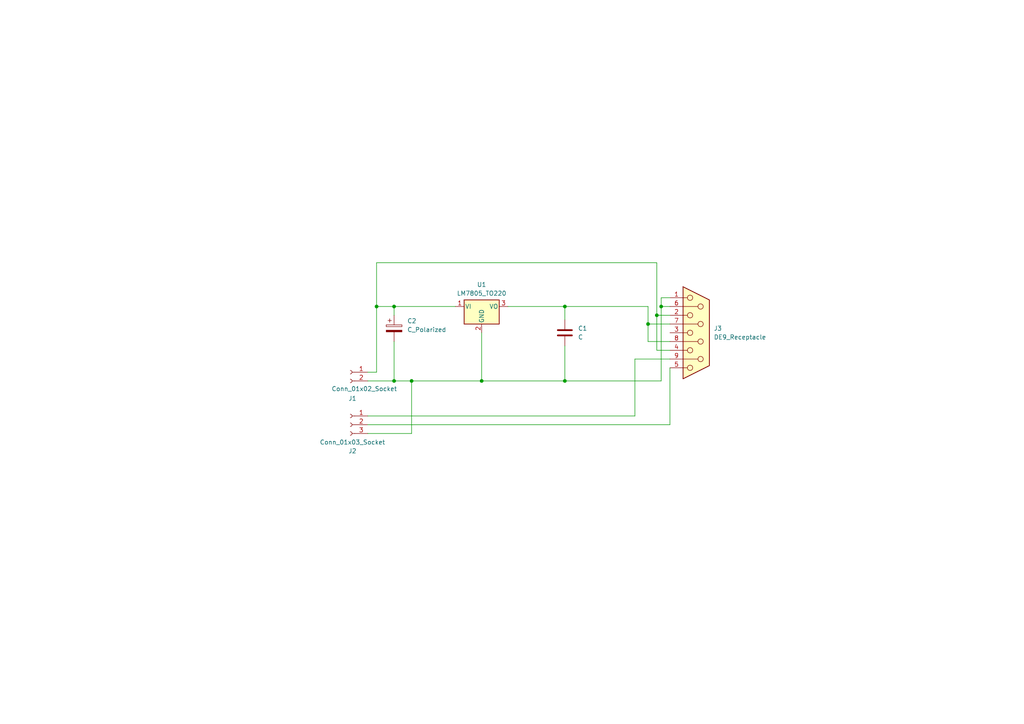
<source format=kicad_sch>
(kicad_sch
	(version 20231120)
	(generator "eeschema")
	(generator_version "8.0")
	(uuid "ee645072-6968-46dd-ab4d-bb6aabe813f2")
	(paper "A4")
	(lib_symbols
		(symbol "Connector:Conn_01x02_Socket"
			(pin_names
				(offset 1.016) hide)
			(exclude_from_sim no)
			(in_bom yes)
			(on_board yes)
			(property "Reference" "J"
				(at 0 2.54 0)
				(effects
					(font
						(size 1.27 1.27)
					)
				)
			)
			(property "Value" "Conn_01x02_Socket"
				(at 0 -5.08 0)
				(effects
					(font
						(size 1.27 1.27)
					)
				)
			)
			(property "Footprint" ""
				(at 0 0 0)
				(effects
					(font
						(size 1.27 1.27)
					)
					(hide yes)
				)
			)
			(property "Datasheet" "~"
				(at 0 0 0)
				(effects
					(font
						(size 1.27 1.27)
					)
					(hide yes)
				)
			)
			(property "Description" "Generic connector, single row, 01x02, script generated"
				(at 0 0 0)
				(effects
					(font
						(size 1.27 1.27)
					)
					(hide yes)
				)
			)
			(property "ki_locked" ""
				(at 0 0 0)
				(effects
					(font
						(size 1.27 1.27)
					)
				)
			)
			(property "ki_keywords" "connector"
				(at 0 0 0)
				(effects
					(font
						(size 1.27 1.27)
					)
					(hide yes)
				)
			)
			(property "ki_fp_filters" "Connector*:*_1x??_*"
				(at 0 0 0)
				(effects
					(font
						(size 1.27 1.27)
					)
					(hide yes)
				)
			)
			(symbol "Conn_01x02_Socket_1_1"
				(arc
					(start 0 -2.032)
					(mid -0.5058 -2.54)
					(end 0 -3.048)
					(stroke
						(width 0.1524)
						(type default)
					)
					(fill
						(type none)
					)
				)
				(polyline
					(pts
						(xy -1.27 -2.54) (xy -0.508 -2.54)
					)
					(stroke
						(width 0.1524)
						(type default)
					)
					(fill
						(type none)
					)
				)
				(polyline
					(pts
						(xy -1.27 0) (xy -0.508 0)
					)
					(stroke
						(width 0.1524)
						(type default)
					)
					(fill
						(type none)
					)
				)
				(arc
					(start 0 0.508)
					(mid -0.5058 0)
					(end 0 -0.508)
					(stroke
						(width 0.1524)
						(type default)
					)
					(fill
						(type none)
					)
				)
				(pin passive line
					(at -5.08 0 0)
					(length 3.81)
					(name "Pin_1"
						(effects
							(font
								(size 1.27 1.27)
							)
						)
					)
					(number "1"
						(effects
							(font
								(size 1.27 1.27)
							)
						)
					)
				)
				(pin passive line
					(at -5.08 -2.54 0)
					(length 3.81)
					(name "Pin_2"
						(effects
							(font
								(size 1.27 1.27)
							)
						)
					)
					(number "2"
						(effects
							(font
								(size 1.27 1.27)
							)
						)
					)
				)
			)
		)
		(symbol "Connector:Conn_01x03_Socket"
			(pin_names
				(offset 1.016) hide)
			(exclude_from_sim no)
			(in_bom yes)
			(on_board yes)
			(property "Reference" "J"
				(at 0 5.08 0)
				(effects
					(font
						(size 1.27 1.27)
					)
				)
			)
			(property "Value" "Conn_01x03_Socket"
				(at 0 -5.08 0)
				(effects
					(font
						(size 1.27 1.27)
					)
				)
			)
			(property "Footprint" ""
				(at 0 0 0)
				(effects
					(font
						(size 1.27 1.27)
					)
					(hide yes)
				)
			)
			(property "Datasheet" "~"
				(at 0 0 0)
				(effects
					(font
						(size 1.27 1.27)
					)
					(hide yes)
				)
			)
			(property "Description" "Generic connector, single row, 01x03, script generated"
				(at 0 0 0)
				(effects
					(font
						(size 1.27 1.27)
					)
					(hide yes)
				)
			)
			(property "ki_locked" ""
				(at 0 0 0)
				(effects
					(font
						(size 1.27 1.27)
					)
				)
			)
			(property "ki_keywords" "connector"
				(at 0 0 0)
				(effects
					(font
						(size 1.27 1.27)
					)
					(hide yes)
				)
			)
			(property "ki_fp_filters" "Connector*:*_1x??_*"
				(at 0 0 0)
				(effects
					(font
						(size 1.27 1.27)
					)
					(hide yes)
				)
			)
			(symbol "Conn_01x03_Socket_1_1"
				(arc
					(start 0 -2.032)
					(mid -0.5058 -2.54)
					(end 0 -3.048)
					(stroke
						(width 0.1524)
						(type default)
					)
					(fill
						(type none)
					)
				)
				(polyline
					(pts
						(xy -1.27 -2.54) (xy -0.508 -2.54)
					)
					(stroke
						(width 0.1524)
						(type default)
					)
					(fill
						(type none)
					)
				)
				(polyline
					(pts
						(xy -1.27 0) (xy -0.508 0)
					)
					(stroke
						(width 0.1524)
						(type default)
					)
					(fill
						(type none)
					)
				)
				(polyline
					(pts
						(xy -1.27 2.54) (xy -0.508 2.54)
					)
					(stroke
						(width 0.1524)
						(type default)
					)
					(fill
						(type none)
					)
				)
				(arc
					(start 0 0.508)
					(mid -0.5058 0)
					(end 0 -0.508)
					(stroke
						(width 0.1524)
						(type default)
					)
					(fill
						(type none)
					)
				)
				(arc
					(start 0 3.048)
					(mid -0.5058 2.54)
					(end 0 2.032)
					(stroke
						(width 0.1524)
						(type default)
					)
					(fill
						(type none)
					)
				)
				(pin passive line
					(at -5.08 2.54 0)
					(length 3.81)
					(name "Pin_1"
						(effects
							(font
								(size 1.27 1.27)
							)
						)
					)
					(number "1"
						(effects
							(font
								(size 1.27 1.27)
							)
						)
					)
				)
				(pin passive line
					(at -5.08 0 0)
					(length 3.81)
					(name "Pin_2"
						(effects
							(font
								(size 1.27 1.27)
							)
						)
					)
					(number "2"
						(effects
							(font
								(size 1.27 1.27)
							)
						)
					)
				)
				(pin passive line
					(at -5.08 -2.54 0)
					(length 3.81)
					(name "Pin_3"
						(effects
							(font
								(size 1.27 1.27)
							)
						)
					)
					(number "3"
						(effects
							(font
								(size 1.27 1.27)
							)
						)
					)
				)
			)
		)
		(symbol "Connector:DE9_Receptacle"
			(pin_names
				(offset 1.016) hide)
			(exclude_from_sim no)
			(in_bom yes)
			(on_board yes)
			(property "Reference" "J"
				(at 0 13.97 0)
				(effects
					(font
						(size 1.27 1.27)
					)
				)
			)
			(property "Value" "DE9_Receptacle"
				(at 0 -14.605 0)
				(effects
					(font
						(size 1.27 1.27)
					)
				)
			)
			(property "Footprint" ""
				(at 0 0 0)
				(effects
					(font
						(size 1.27 1.27)
					)
					(hide yes)
				)
			)
			(property "Datasheet" "~"
				(at 0 0 0)
				(effects
					(font
						(size 1.27 1.27)
					)
					(hide yes)
				)
			)
			(property "Description" "9-pin female receptacle socket D-SUB connector"
				(at 0 0 0)
				(effects
					(font
						(size 1.27 1.27)
					)
					(hide yes)
				)
			)
			(property "ki_keywords" "connector receptacle female D-SUB DB9"
				(at 0 0 0)
				(effects
					(font
						(size 1.27 1.27)
					)
					(hide yes)
				)
			)
			(property "ki_fp_filters" "DSUB*Female*"
				(at 0 0 0)
				(effects
					(font
						(size 1.27 1.27)
					)
					(hide yes)
				)
			)
			(symbol "DE9_Receptacle_0_1"
				(circle
					(center -1.778 -10.16)
					(radius 0.762)
					(stroke
						(width 0)
						(type default)
					)
					(fill
						(type none)
					)
				)
				(circle
					(center -1.778 -5.08)
					(radius 0.762)
					(stroke
						(width 0)
						(type default)
					)
					(fill
						(type none)
					)
				)
				(circle
					(center -1.778 0)
					(radius 0.762)
					(stroke
						(width 0)
						(type default)
					)
					(fill
						(type none)
					)
				)
				(circle
					(center -1.778 5.08)
					(radius 0.762)
					(stroke
						(width 0)
						(type default)
					)
					(fill
						(type none)
					)
				)
				(circle
					(center -1.778 10.16)
					(radius 0.762)
					(stroke
						(width 0)
						(type default)
					)
					(fill
						(type none)
					)
				)
				(polyline
					(pts
						(xy -3.81 -10.16) (xy -2.54 -10.16)
					)
					(stroke
						(width 0)
						(type default)
					)
					(fill
						(type none)
					)
				)
				(polyline
					(pts
						(xy -3.81 -7.62) (xy 0.508 -7.62)
					)
					(stroke
						(width 0)
						(type default)
					)
					(fill
						(type none)
					)
				)
				(polyline
					(pts
						(xy -3.81 -5.08) (xy -2.54 -5.08)
					)
					(stroke
						(width 0)
						(type default)
					)
					(fill
						(type none)
					)
				)
				(polyline
					(pts
						(xy -3.81 -2.54) (xy 0.508 -2.54)
					)
					(stroke
						(width 0)
						(type default)
					)
					(fill
						(type none)
					)
				)
				(polyline
					(pts
						(xy -3.81 0) (xy -2.54 0)
					)
					(stroke
						(width 0)
						(type default)
					)
					(fill
						(type none)
					)
				)
				(polyline
					(pts
						(xy -3.81 2.54) (xy 0.508 2.54)
					)
					(stroke
						(width 0)
						(type default)
					)
					(fill
						(type none)
					)
				)
				(polyline
					(pts
						(xy -3.81 5.08) (xy -2.54 5.08)
					)
					(stroke
						(width 0)
						(type default)
					)
					(fill
						(type none)
					)
				)
				(polyline
					(pts
						(xy -3.81 7.62) (xy 0.508 7.62)
					)
					(stroke
						(width 0)
						(type default)
					)
					(fill
						(type none)
					)
				)
				(polyline
					(pts
						(xy -3.81 10.16) (xy -2.54 10.16)
					)
					(stroke
						(width 0)
						(type default)
					)
					(fill
						(type none)
					)
				)
				(polyline
					(pts
						(xy -3.81 13.335) (xy -3.81 -13.335) (xy 3.81 -9.525) (xy 3.81 9.525) (xy -3.81 13.335)
					)
					(stroke
						(width 0.254)
						(type default)
					)
					(fill
						(type background)
					)
				)
				(circle
					(center 1.27 -7.62)
					(radius 0.762)
					(stroke
						(width 0)
						(type default)
					)
					(fill
						(type none)
					)
				)
				(circle
					(center 1.27 -2.54)
					(radius 0.762)
					(stroke
						(width 0)
						(type default)
					)
					(fill
						(type none)
					)
				)
				(circle
					(center 1.27 2.54)
					(radius 0.762)
					(stroke
						(width 0)
						(type default)
					)
					(fill
						(type none)
					)
				)
				(circle
					(center 1.27 7.62)
					(radius 0.762)
					(stroke
						(width 0)
						(type default)
					)
					(fill
						(type none)
					)
				)
			)
			(symbol "DE9_Receptacle_1_1"
				(pin passive line
					(at -7.62 10.16 0)
					(length 3.81)
					(name "1"
						(effects
							(font
								(size 1.27 1.27)
							)
						)
					)
					(number "1"
						(effects
							(font
								(size 1.27 1.27)
							)
						)
					)
				)
				(pin passive line
					(at -7.62 5.08 0)
					(length 3.81)
					(name "2"
						(effects
							(font
								(size 1.27 1.27)
							)
						)
					)
					(number "2"
						(effects
							(font
								(size 1.27 1.27)
							)
						)
					)
				)
				(pin passive line
					(at -7.62 0 0)
					(length 3.81)
					(name "3"
						(effects
							(font
								(size 1.27 1.27)
							)
						)
					)
					(number "3"
						(effects
							(font
								(size 1.27 1.27)
							)
						)
					)
				)
				(pin passive line
					(at -7.62 -5.08 0)
					(length 3.81)
					(name "4"
						(effects
							(font
								(size 1.27 1.27)
							)
						)
					)
					(number "4"
						(effects
							(font
								(size 1.27 1.27)
							)
						)
					)
				)
				(pin passive line
					(at -7.62 -10.16 0)
					(length 3.81)
					(name "5"
						(effects
							(font
								(size 1.27 1.27)
							)
						)
					)
					(number "5"
						(effects
							(font
								(size 1.27 1.27)
							)
						)
					)
				)
				(pin passive line
					(at -7.62 7.62 0)
					(length 3.81)
					(name "6"
						(effects
							(font
								(size 1.27 1.27)
							)
						)
					)
					(number "6"
						(effects
							(font
								(size 1.27 1.27)
							)
						)
					)
				)
				(pin passive line
					(at -7.62 2.54 0)
					(length 3.81)
					(name "7"
						(effects
							(font
								(size 1.27 1.27)
							)
						)
					)
					(number "7"
						(effects
							(font
								(size 1.27 1.27)
							)
						)
					)
				)
				(pin passive line
					(at -7.62 -2.54 0)
					(length 3.81)
					(name "8"
						(effects
							(font
								(size 1.27 1.27)
							)
						)
					)
					(number "8"
						(effects
							(font
								(size 1.27 1.27)
							)
						)
					)
				)
				(pin passive line
					(at -7.62 -7.62 0)
					(length 3.81)
					(name "9"
						(effects
							(font
								(size 1.27 1.27)
							)
						)
					)
					(number "9"
						(effects
							(font
								(size 1.27 1.27)
							)
						)
					)
				)
			)
		)
		(symbol "Device:C"
			(pin_numbers hide)
			(pin_names
				(offset 0.254)
			)
			(exclude_from_sim no)
			(in_bom yes)
			(on_board yes)
			(property "Reference" "C"
				(at 0.635 2.54 0)
				(effects
					(font
						(size 1.27 1.27)
					)
					(justify left)
				)
			)
			(property "Value" "C"
				(at 0.635 -2.54 0)
				(effects
					(font
						(size 1.27 1.27)
					)
					(justify left)
				)
			)
			(property "Footprint" ""
				(at 0.9652 -3.81 0)
				(effects
					(font
						(size 1.27 1.27)
					)
					(hide yes)
				)
			)
			(property "Datasheet" "~"
				(at 0 0 0)
				(effects
					(font
						(size 1.27 1.27)
					)
					(hide yes)
				)
			)
			(property "Description" "Unpolarized capacitor"
				(at 0 0 0)
				(effects
					(font
						(size 1.27 1.27)
					)
					(hide yes)
				)
			)
			(property "ki_keywords" "cap capacitor"
				(at 0 0 0)
				(effects
					(font
						(size 1.27 1.27)
					)
					(hide yes)
				)
			)
			(property "ki_fp_filters" "C_*"
				(at 0 0 0)
				(effects
					(font
						(size 1.27 1.27)
					)
					(hide yes)
				)
			)
			(symbol "C_0_1"
				(polyline
					(pts
						(xy -2.032 -0.762) (xy 2.032 -0.762)
					)
					(stroke
						(width 0.508)
						(type default)
					)
					(fill
						(type none)
					)
				)
				(polyline
					(pts
						(xy -2.032 0.762) (xy 2.032 0.762)
					)
					(stroke
						(width 0.508)
						(type default)
					)
					(fill
						(type none)
					)
				)
			)
			(symbol "C_1_1"
				(pin passive line
					(at 0 3.81 270)
					(length 2.794)
					(name "~"
						(effects
							(font
								(size 1.27 1.27)
							)
						)
					)
					(number "1"
						(effects
							(font
								(size 1.27 1.27)
							)
						)
					)
				)
				(pin passive line
					(at 0 -3.81 90)
					(length 2.794)
					(name "~"
						(effects
							(font
								(size 1.27 1.27)
							)
						)
					)
					(number "2"
						(effects
							(font
								(size 1.27 1.27)
							)
						)
					)
				)
			)
		)
		(symbol "Device:C_Polarized"
			(pin_numbers hide)
			(pin_names
				(offset 0.254)
			)
			(exclude_from_sim no)
			(in_bom yes)
			(on_board yes)
			(property "Reference" "C"
				(at 0.635 2.54 0)
				(effects
					(font
						(size 1.27 1.27)
					)
					(justify left)
				)
			)
			(property "Value" "C_Polarized"
				(at 0.635 -2.54 0)
				(effects
					(font
						(size 1.27 1.27)
					)
					(justify left)
				)
			)
			(property "Footprint" ""
				(at 0.9652 -3.81 0)
				(effects
					(font
						(size 1.27 1.27)
					)
					(hide yes)
				)
			)
			(property "Datasheet" "~"
				(at 0 0 0)
				(effects
					(font
						(size 1.27 1.27)
					)
					(hide yes)
				)
			)
			(property "Description" "Polarized capacitor"
				(at 0 0 0)
				(effects
					(font
						(size 1.27 1.27)
					)
					(hide yes)
				)
			)
			(property "ki_keywords" "cap capacitor"
				(at 0 0 0)
				(effects
					(font
						(size 1.27 1.27)
					)
					(hide yes)
				)
			)
			(property "ki_fp_filters" "CP_*"
				(at 0 0 0)
				(effects
					(font
						(size 1.27 1.27)
					)
					(hide yes)
				)
			)
			(symbol "C_Polarized_0_1"
				(rectangle
					(start -2.286 0.508)
					(end 2.286 1.016)
					(stroke
						(width 0)
						(type default)
					)
					(fill
						(type none)
					)
				)
				(polyline
					(pts
						(xy -1.778 2.286) (xy -0.762 2.286)
					)
					(stroke
						(width 0)
						(type default)
					)
					(fill
						(type none)
					)
				)
				(polyline
					(pts
						(xy -1.27 2.794) (xy -1.27 1.778)
					)
					(stroke
						(width 0)
						(type default)
					)
					(fill
						(type none)
					)
				)
				(rectangle
					(start 2.286 -0.508)
					(end -2.286 -1.016)
					(stroke
						(width 0)
						(type default)
					)
					(fill
						(type outline)
					)
				)
			)
			(symbol "C_Polarized_1_1"
				(pin passive line
					(at 0 3.81 270)
					(length 2.794)
					(name "~"
						(effects
							(font
								(size 1.27 1.27)
							)
						)
					)
					(number "1"
						(effects
							(font
								(size 1.27 1.27)
							)
						)
					)
				)
				(pin passive line
					(at 0 -3.81 90)
					(length 2.794)
					(name "~"
						(effects
							(font
								(size 1.27 1.27)
							)
						)
					)
					(number "2"
						(effects
							(font
								(size 1.27 1.27)
							)
						)
					)
				)
			)
		)
		(symbol "Regulator_Linear:LM7805_TO220"
			(pin_names
				(offset 0.254)
			)
			(exclude_from_sim no)
			(in_bom yes)
			(on_board yes)
			(property "Reference" "U"
				(at -3.81 3.175 0)
				(effects
					(font
						(size 1.27 1.27)
					)
				)
			)
			(property "Value" "LM7805_TO220"
				(at 0 3.175 0)
				(effects
					(font
						(size 1.27 1.27)
					)
					(justify left)
				)
			)
			(property "Footprint" "Package_TO_SOT_THT:TO-220-3_Vertical"
				(at 0 5.715 0)
				(effects
					(font
						(size 1.27 1.27)
						(italic yes)
					)
					(hide yes)
				)
			)
			(property "Datasheet" "https://www.onsemi.cn/PowerSolutions/document/MC7800-D.PDF"
				(at 0 -1.27 0)
				(effects
					(font
						(size 1.27 1.27)
					)
					(hide yes)
				)
			)
			(property "Description" "Positive 1A 35V Linear Regulator, Fixed Output 5V, TO-220"
				(at 0 0 0)
				(effects
					(font
						(size 1.27 1.27)
					)
					(hide yes)
				)
			)
			(property "ki_keywords" "Voltage Regulator 1A Positive"
				(at 0 0 0)
				(effects
					(font
						(size 1.27 1.27)
					)
					(hide yes)
				)
			)
			(property "ki_fp_filters" "TO?220*"
				(at 0 0 0)
				(effects
					(font
						(size 1.27 1.27)
					)
					(hide yes)
				)
			)
			(symbol "LM7805_TO220_0_1"
				(rectangle
					(start -5.08 1.905)
					(end 5.08 -5.08)
					(stroke
						(width 0.254)
						(type default)
					)
					(fill
						(type background)
					)
				)
			)
			(symbol "LM7805_TO220_1_1"
				(pin power_in line
					(at -7.62 0 0)
					(length 2.54)
					(name "VI"
						(effects
							(font
								(size 1.27 1.27)
							)
						)
					)
					(number "1"
						(effects
							(font
								(size 1.27 1.27)
							)
						)
					)
				)
				(pin power_in line
					(at 0 -7.62 90)
					(length 2.54)
					(name "GND"
						(effects
							(font
								(size 1.27 1.27)
							)
						)
					)
					(number "2"
						(effects
							(font
								(size 1.27 1.27)
							)
						)
					)
				)
				(pin power_out line
					(at 7.62 0 180)
					(length 2.54)
					(name "VO"
						(effects
							(font
								(size 1.27 1.27)
							)
						)
					)
					(number "3"
						(effects
							(font
								(size 1.27 1.27)
							)
						)
					)
				)
			)
		)
	)
	(junction
		(at 163.83 110.49)
		(diameter 0)
		(color 0 0 0 0)
		(uuid "83e79b45-a5a6-4976-8dc0-60c24386f789")
	)
	(junction
		(at 191.77 88.9)
		(diameter 0)
		(color 0 0 0 0)
		(uuid "95c4dc25-47d1-4994-b091-a1e483d03c4b")
	)
	(junction
		(at 163.83 88.9)
		(diameter 0)
		(color 0 0 0 0)
		(uuid "9d0c2858-ca11-404a-871f-32380e515cab")
	)
	(junction
		(at 190.5 91.44)
		(diameter 0)
		(color 0 0 0 0)
		(uuid "a6d04d2f-cb46-4a66-9ca0-6a7be8a416c7")
	)
	(junction
		(at 139.7 110.49)
		(diameter 0)
		(color 0 0 0 0)
		(uuid "b9478746-a02f-474d-8fbd-a66d26fbe0f4")
	)
	(junction
		(at 119.38 110.49)
		(diameter 0)
		(color 0 0 0 0)
		(uuid "c6f4a41c-86b5-422b-a04b-bde55e20d755")
	)
	(junction
		(at 109.22 88.9)
		(diameter 0)
		(color 0 0 0 0)
		(uuid "d8bcedd8-6df4-427b-8c16-8adf8f62e37f")
	)
	(junction
		(at 114.3 110.49)
		(diameter 0)
		(color 0 0 0 0)
		(uuid "e092a76a-5392-40e7-9598-0249f6a2a4ca")
	)
	(junction
		(at 187.96 93.98)
		(diameter 0)
		(color 0 0 0 0)
		(uuid "e127f0b7-7a44-467f-b3f6-6dc25f4f1dd4")
	)
	(junction
		(at 114.3 88.9)
		(diameter 0)
		(color 0 0 0 0)
		(uuid "ffe4eabc-0632-4889-85f7-3b4c8cca2efd")
	)
	(wire
		(pts
			(xy 184.15 104.14) (xy 184.15 120.65)
		)
		(stroke
			(width 0)
			(type default)
		)
		(uuid "013bdbe8-f269-4df2-8590-e5e3bb60d681")
	)
	(wire
		(pts
			(xy 106.68 110.49) (xy 114.3 110.49)
		)
		(stroke
			(width 0)
			(type default)
		)
		(uuid "04402aa4-4581-4969-a8db-2f9a204668dc")
	)
	(wire
		(pts
			(xy 190.5 91.44) (xy 190.5 76.2)
		)
		(stroke
			(width 0)
			(type default)
		)
		(uuid "169e033b-2f9e-4279-a6c3-e85d752aa4b9")
	)
	(wire
		(pts
			(xy 187.96 99.06) (xy 194.31 99.06)
		)
		(stroke
			(width 0)
			(type default)
		)
		(uuid "1b807ccf-735e-4d4e-b07a-a7439900dc2e")
	)
	(wire
		(pts
			(xy 114.3 88.9) (xy 132.08 88.9)
		)
		(stroke
			(width 0)
			(type default)
		)
		(uuid "1e305400-532e-4513-925c-980833a63c9e")
	)
	(wire
		(pts
			(xy 109.22 107.95) (xy 109.22 88.9)
		)
		(stroke
			(width 0)
			(type default)
		)
		(uuid "203a5315-6087-4c95-bfdf-007f2c724733")
	)
	(wire
		(pts
			(xy 106.68 107.95) (xy 109.22 107.95)
		)
		(stroke
			(width 0)
			(type default)
		)
		(uuid "2af68d31-e92e-4fb5-9f56-e524173d9f4a")
	)
	(wire
		(pts
			(xy 106.68 123.19) (xy 194.31 123.19)
		)
		(stroke
			(width 0)
			(type default)
		)
		(uuid "4593256c-d699-488a-a68b-cc938cdeee5e")
	)
	(wire
		(pts
			(xy 139.7 110.49) (xy 163.83 110.49)
		)
		(stroke
			(width 0)
			(type default)
		)
		(uuid "4ba13b87-931e-4cb2-85ff-3bd7f04f8d96")
	)
	(wire
		(pts
			(xy 194.31 93.98) (xy 187.96 93.98)
		)
		(stroke
			(width 0)
			(type default)
		)
		(uuid "4f48c5c7-e560-4455-adea-9757127bb8ca")
	)
	(wire
		(pts
			(xy 191.77 88.9) (xy 191.77 110.49)
		)
		(stroke
			(width 0)
			(type default)
		)
		(uuid "569c8d38-4d56-471e-bede-dc6c4b18b839")
	)
	(wire
		(pts
			(xy 119.38 125.73) (xy 119.38 110.49)
		)
		(stroke
			(width 0)
			(type default)
		)
		(uuid "58c1a85f-3f10-42c6-a62d-6c83434eb1d8")
	)
	(wire
		(pts
			(xy 184.15 104.14) (xy 194.31 104.14)
		)
		(stroke
			(width 0)
			(type default)
		)
		(uuid "5a12806f-ca86-426d-a57c-17446179d8ce")
	)
	(wire
		(pts
			(xy 191.77 86.36) (xy 194.31 86.36)
		)
		(stroke
			(width 0)
			(type default)
		)
		(uuid "613bf30f-f892-4eba-9fbc-96b9e34b9b76")
	)
	(wire
		(pts
			(xy 187.96 93.98) (xy 187.96 88.9)
		)
		(stroke
			(width 0)
			(type default)
		)
		(uuid "63a80250-7b08-4c5f-a12c-77ee42fa62f4")
	)
	(wire
		(pts
			(xy 106.68 120.65) (xy 184.15 120.65)
		)
		(stroke
			(width 0)
			(type default)
		)
		(uuid "6cd56b53-b190-4365-8bcf-2d27f880b87b")
	)
	(wire
		(pts
			(xy 194.31 101.6) (xy 190.5 101.6)
		)
		(stroke
			(width 0)
			(type default)
		)
		(uuid "6e234ba1-2f47-4f49-bed5-18f884996ba1")
	)
	(wire
		(pts
			(xy 190.5 91.44) (xy 194.31 91.44)
		)
		(stroke
			(width 0)
			(type default)
		)
		(uuid "72de0eda-9829-4835-9cea-3fc7e5ca85ef")
	)
	(wire
		(pts
			(xy 114.3 110.49) (xy 119.38 110.49)
		)
		(stroke
			(width 0)
			(type default)
		)
		(uuid "75711cbd-8fdf-4d48-9ee9-f42b0bed39ca")
	)
	(wire
		(pts
			(xy 190.5 101.6) (xy 190.5 91.44)
		)
		(stroke
			(width 0)
			(type default)
		)
		(uuid "8453feb8-3e8d-4c83-9886-6edebcecaa73")
	)
	(wire
		(pts
			(xy 194.31 106.68) (xy 194.31 123.19)
		)
		(stroke
			(width 0)
			(type default)
		)
		(uuid "8b94088f-bbe8-4728-8f9f-ee912c2c3b99")
	)
	(wire
		(pts
			(xy 106.68 125.73) (xy 119.38 125.73)
		)
		(stroke
			(width 0)
			(type default)
		)
		(uuid "8e0a77f8-951d-44f5-8711-ab22e1ba9660")
	)
	(wire
		(pts
			(xy 163.83 100.33) (xy 163.83 110.49)
		)
		(stroke
			(width 0)
			(type default)
		)
		(uuid "979ef22a-2331-4511-bacb-cc4e92754805")
	)
	(wire
		(pts
			(xy 139.7 96.52) (xy 139.7 110.49)
		)
		(stroke
			(width 0)
			(type default)
		)
		(uuid "9d43ef68-0800-4a24-a6ca-2f330992fc44")
	)
	(wire
		(pts
			(xy 163.83 88.9) (xy 163.83 92.71)
		)
		(stroke
			(width 0)
			(type default)
		)
		(uuid "9ed7b9d7-53b3-43e9-b97d-6fb31ecde372")
	)
	(wire
		(pts
			(xy 114.3 91.44) (xy 114.3 88.9)
		)
		(stroke
			(width 0)
			(type default)
		)
		(uuid "a3cfcd84-88ec-477c-bb3a-d21c8c287b91")
	)
	(wire
		(pts
			(xy 191.77 88.9) (xy 191.77 86.36)
		)
		(stroke
			(width 0)
			(type default)
		)
		(uuid "acaac017-0dfc-4f54-abde-599139802223")
	)
	(wire
		(pts
			(xy 187.96 93.98) (xy 187.96 99.06)
		)
		(stroke
			(width 0)
			(type default)
		)
		(uuid "ad4389e6-c0cf-4ad1-97e5-4e9541699275")
	)
	(wire
		(pts
			(xy 109.22 76.2) (xy 109.22 88.9)
		)
		(stroke
			(width 0)
			(type default)
		)
		(uuid "b4295f22-1348-4ff6-aa6b-a2bdae60db2a")
	)
	(wire
		(pts
			(xy 114.3 110.49) (xy 114.3 99.06)
		)
		(stroke
			(width 0)
			(type default)
		)
		(uuid "c2ec4b38-7022-4104-9078-4a3235416630")
	)
	(wire
		(pts
			(xy 109.22 88.9) (xy 114.3 88.9)
		)
		(stroke
			(width 0)
			(type default)
		)
		(uuid "c734f547-6c61-47df-9874-955bde9b3920")
	)
	(wire
		(pts
			(xy 163.83 88.9) (xy 187.96 88.9)
		)
		(stroke
			(width 0)
			(type default)
		)
		(uuid "da54fead-a3c7-4052-b9a1-887c5e23687e")
	)
	(wire
		(pts
			(xy 190.5 76.2) (xy 109.22 76.2)
		)
		(stroke
			(width 0)
			(type default)
		)
		(uuid "dc4462c5-4f83-46c8-9715-17511e23038a")
	)
	(wire
		(pts
			(xy 191.77 110.49) (xy 163.83 110.49)
		)
		(stroke
			(width 0)
			(type default)
		)
		(uuid "dcd77214-839a-4d63-a2cc-85abb2751509")
	)
	(wire
		(pts
			(xy 147.32 88.9) (xy 163.83 88.9)
		)
		(stroke
			(width 0)
			(type default)
		)
		(uuid "e0782f15-ce89-412b-890d-897f9bcfcfe6")
	)
	(wire
		(pts
			(xy 119.38 110.49) (xy 139.7 110.49)
		)
		(stroke
			(width 0)
			(type default)
		)
		(uuid "f0186808-b1cf-44ce-ba21-9db0ccfbeeb6")
	)
	(wire
		(pts
			(xy 191.77 88.9) (xy 194.31 88.9)
		)
		(stroke
			(width 0)
			(type default)
		)
		(uuid "f6d2738e-fa1d-4554-86e7-97c61701079a")
	)
	(symbol
		(lib_id "Connector:Conn_01x02_Socket")
		(at 101.6 107.95 0)
		(mirror y)
		(unit 1)
		(exclude_from_sim no)
		(in_bom yes)
		(on_board yes)
		(dnp no)
		(uuid "012e36fb-7b00-4d72-9b83-fbffb1cf2a5e")
		(property "Reference" "J1"
			(at 102.235 115.57 0)
			(effects
				(font
					(size 1.27 1.27)
				)
			)
		)
		(property "Value" "Conn_01x02_Socket"
			(at 105.664 112.776 0)
			(effects
				(font
					(size 1.27 1.27)
				)
			)
		)
		(property "Footprint" "Connector_Phoenix_MC:PhoenixContact_MCV_1,5_2-G-3.81_1x02_P3.81mm_Vertical"
			(at 101.6 107.95 0)
			(effects
				(font
					(size 1.27 1.27)
				)
				(hide yes)
			)
		)
		(property "Datasheet" "~"
			(at 101.6 107.95 0)
			(effects
				(font
					(size 1.27 1.27)
				)
				(hide yes)
			)
		)
		(property "Description" "Generic connector, single row, 01x02, script generated"
			(at 101.6 107.95 0)
			(effects
				(font
					(size 1.27 1.27)
				)
				(hide yes)
			)
		)
		(pin "2"
			(uuid "dcd49648-a9d7-4452-bf75-3105e122790d")
		)
		(pin "1"
			(uuid "a2cfeef6-4f70-4675-b53d-346ddb610d08")
		)
		(instances
			(project ""
				(path "/ee645072-6968-46dd-ab4d-bb6aabe813f2"
					(reference "J1")
					(unit 1)
				)
			)
		)
	)
	(symbol
		(lib_id "Device:C_Polarized")
		(at 114.3 95.25 0)
		(unit 1)
		(exclude_from_sim no)
		(in_bom yes)
		(on_board yes)
		(dnp no)
		(fields_autoplaced yes)
		(uuid "36203aad-7644-44f9-a4e6-c2d465549286")
		(property "Reference" "C2"
			(at 118.11 93.0909 0)
			(effects
				(font
					(size 1.27 1.27)
				)
				(justify left)
			)
		)
		(property "Value" "C_Polarized"
			(at 118.11 95.6309 0)
			(effects
				(font
					(size 1.27 1.27)
				)
				(justify left)
			)
		)
		(property "Footprint" "Capacitor_THT:CP_Radial_Tantal_D5.0mm_P5.00mm"
			(at 115.2652 99.06 0)
			(effects
				(font
					(size 1.27 1.27)
				)
				(hide yes)
			)
		)
		(property "Datasheet" "~"
			(at 114.3 95.25 0)
			(effects
				(font
					(size 1.27 1.27)
				)
				(hide yes)
			)
		)
		(property "Description" "Polarized capacitor"
			(at 114.3 95.25 0)
			(effects
				(font
					(size 1.27 1.27)
				)
				(hide yes)
			)
		)
		(pin "2"
			(uuid "34cc04c6-3b6e-48af-989c-b5af8322a839")
		)
		(pin "1"
			(uuid "c993f8b6-eb26-4e29-918d-b4f1cb9b443c")
		)
		(instances
			(project ""
				(path "/ee645072-6968-46dd-ab4d-bb6aabe813f2"
					(reference "C2")
					(unit 1)
				)
			)
		)
	)
	(symbol
		(lib_id "Connector:Conn_01x03_Socket")
		(at 101.6 123.19 0)
		(mirror y)
		(unit 1)
		(exclude_from_sim no)
		(in_bom yes)
		(on_board yes)
		(dnp no)
		(uuid "5c0bc614-bea9-4eb7-a582-21b2f0450713")
		(property "Reference" "J2"
			(at 102.235 130.81 0)
			(effects
				(font
					(size 1.27 1.27)
				)
			)
		)
		(property "Value" "Conn_01x03_Socket"
			(at 102.235 128.27 0)
			(effects
				(font
					(size 1.27 1.27)
				)
			)
		)
		(property "Footprint" "Connector_Phoenix_MC:PhoenixContact_MCV_1,5_3-G-3.5_1x03_P3.50mm_Vertical"
			(at 101.6 123.19 0)
			(effects
				(font
					(size 1.27 1.27)
				)
				(hide yes)
			)
		)
		(property "Datasheet" "~"
			(at 101.6 123.19 0)
			(effects
				(font
					(size 1.27 1.27)
				)
				(hide yes)
			)
		)
		(property "Description" "Generic connector, single row, 01x03, script generated"
			(at 101.6 123.19 0)
			(effects
				(font
					(size 1.27 1.27)
				)
				(hide yes)
			)
		)
		(pin "1"
			(uuid "5ef173c9-99d2-43eb-b67a-5dda822cbd32")
		)
		(pin "3"
			(uuid "6e53b601-f093-4f05-add3-79310f3f09f1")
		)
		(pin "2"
			(uuid "dee6e551-7cfa-4d1e-a9bb-38d728774ae6")
		)
		(instances
			(project ""
				(path "/ee645072-6968-46dd-ab4d-bb6aabe813f2"
					(reference "J2")
					(unit 1)
				)
			)
		)
	)
	(symbol
		(lib_id "Device:C")
		(at 163.83 96.52 0)
		(unit 1)
		(exclude_from_sim no)
		(in_bom yes)
		(on_board yes)
		(dnp no)
		(fields_autoplaced yes)
		(uuid "872f00b4-0106-4273-a3d1-429dd58d8fc8")
		(property "Reference" "C1"
			(at 167.64 95.2499 0)
			(effects
				(font
					(size 1.27 1.27)
				)
				(justify left)
			)
		)
		(property "Value" "C"
			(at 167.64 97.7899 0)
			(effects
				(font
					(size 1.27 1.27)
				)
				(justify left)
			)
		)
		(property "Footprint" "Capacitor_THT:C_Disc_D7.5mm_W4.4mm_P5.00mm"
			(at 164.7952 100.33 0)
			(effects
				(font
					(size 1.27 1.27)
				)
				(hide yes)
			)
		)
		(property "Datasheet" "~"
			(at 163.83 96.52 0)
			(effects
				(font
					(size 1.27 1.27)
				)
				(hide yes)
			)
		)
		(property "Description" "Unpolarized capacitor"
			(at 163.83 96.52 0)
			(effects
				(font
					(size 1.27 1.27)
				)
				(hide yes)
			)
		)
		(pin "2"
			(uuid "83f20c89-83db-4890-9104-b769eb892ad1")
		)
		(pin "1"
			(uuid "8b3341ae-9673-417f-ab5b-30e9bfc3b890")
		)
		(instances
			(project ""
				(path "/ee645072-6968-46dd-ab4d-bb6aabe813f2"
					(reference "C1")
					(unit 1)
				)
			)
		)
	)
	(symbol
		(lib_id "Regulator_Linear:LM7805_TO220")
		(at 139.7 88.9 0)
		(unit 1)
		(exclude_from_sim no)
		(in_bom yes)
		(on_board yes)
		(dnp no)
		(fields_autoplaced yes)
		(uuid "90b85ee6-5e16-4148-ade8-60652721fbd9")
		(property "Reference" "U1"
			(at 139.7 82.55 0)
			(effects
				(font
					(size 1.27 1.27)
				)
			)
		)
		(property "Value" "LM7805_TO220"
			(at 139.7 85.09 0)
			(effects
				(font
					(size 1.27 1.27)
				)
			)
		)
		(property "Footprint" "Package_TO_SOT_THT:TO-220-3_Vertical"
			(at 139.7 83.185 0)
			(effects
				(font
					(size 1.27 1.27)
					(italic yes)
				)
				(hide yes)
			)
		)
		(property "Datasheet" "https://www.onsemi.cn/PowerSolutions/document/MC7800-D.PDF"
			(at 139.7 90.17 0)
			(effects
				(font
					(size 1.27 1.27)
				)
				(hide yes)
			)
		)
		(property "Description" "Positive 1A 35V Linear Regulator, Fixed Output 5V, TO-220"
			(at 139.7 88.9 0)
			(effects
				(font
					(size 1.27 1.27)
				)
				(hide yes)
			)
		)
		(pin "1"
			(uuid "3c572209-a736-4ad0-a1a6-4c8e842b6a1d")
		)
		(pin "3"
			(uuid "064be854-9393-4608-a483-a26a6d751ffd")
		)
		(pin "2"
			(uuid "c7d69cc8-c99c-4f59-813f-e5985f4ace6f")
		)
		(instances
			(project ""
				(path "/ee645072-6968-46dd-ab4d-bb6aabe813f2"
					(reference "U1")
					(unit 1)
				)
			)
		)
	)
	(symbol
		(lib_id "Connector:DE9_Receptacle")
		(at 201.93 96.52 0)
		(unit 1)
		(exclude_from_sim no)
		(in_bom yes)
		(on_board yes)
		(dnp no)
		(fields_autoplaced yes)
		(uuid "eb0ebca5-2a22-48b1-8926-647a6316da8b")
		(property "Reference" "J3"
			(at 207.01 95.2499 0)
			(effects
				(font
					(size 1.27 1.27)
				)
				(justify left)
			)
		)
		(property "Value" "DE9_Receptacle"
			(at 207.01 97.7899 0)
			(effects
				(font
					(size 1.27 1.27)
				)
				(justify left)
			)
		)
		(property "Footprint" "Connector_Dsub:DSUB-9_Female_Horizontal_P2.77x2.84mm_EdgePinOffset4.94mm_Housed_MountingHolesOffset7.48mm"
			(at 201.93 96.52 0)
			(effects
				(font
					(size 1.27 1.27)
				)
				(hide yes)
			)
		)
		(property "Datasheet" "~"
			(at 201.93 96.52 0)
			(effects
				(font
					(size 1.27 1.27)
				)
				(hide yes)
			)
		)
		(property "Description" "9-pin female receptacle socket D-SUB connector"
			(at 201.93 96.52 0)
			(effects
				(font
					(size 1.27 1.27)
				)
				(hide yes)
			)
		)
		(pin "2"
			(uuid "486679b6-4da0-4460-98e1-ae35a1baadc7")
		)
		(pin "7"
			(uuid "1ca22455-dac9-4078-9e67-aa686d851834")
		)
		(pin "3"
			(uuid "3a0817b2-fd1d-4f7e-b9db-ed4dabbc3764")
		)
		(pin "9"
			(uuid "c4bb40dc-a473-40b0-a19c-c5309b306a97")
		)
		(pin "5"
			(uuid "b007a223-7d7f-4907-ac50-18cf5dd23e90")
		)
		(pin "6"
			(uuid "cec3ca1f-3542-4c9a-a61c-751ab8a4fc0f")
		)
		(pin "8"
			(uuid "40e5fefc-2e17-449f-8b12-bfb7c1112c78")
		)
		(pin "4"
			(uuid "16f4e0ce-0630-4f1f-aba9-73d46e5abf14")
		)
		(pin "1"
			(uuid "269d004e-532d-43f9-942e-0687e1ac7d32")
		)
		(instances
			(project ""
				(path "/ee645072-6968-46dd-ab4d-bb6aabe813f2"
					(reference "J3")
					(unit 1)
				)
			)
		)
	)
	(sheet_instances
		(path "/"
			(page "1")
		)
	)
)

</source>
